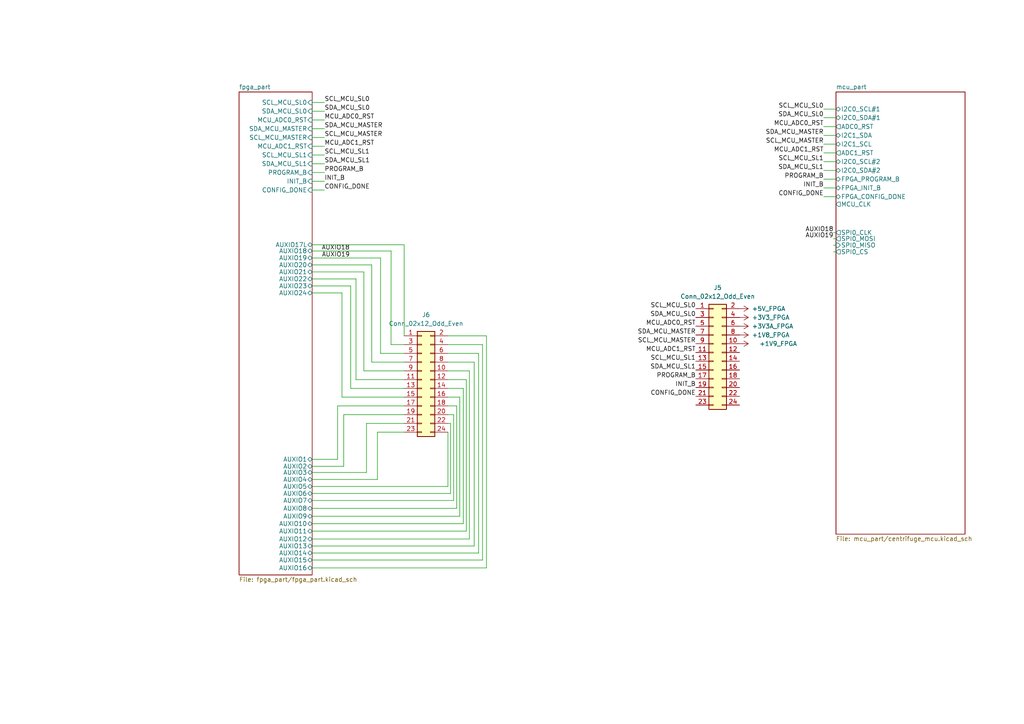
<source format=kicad_sch>
(kicad_sch (version 20211123) (generator eeschema)
  (paper "A4")
  (title_block (title "VGA Centrifuge") (date "2022-09-30") (rev "R1") (comment 1 "Author: Paolo Celati") (comment 2 "FPGA Toplevel"))
  (lib_symbols
    (symbol "Connector_Generic:Conn_02x12_Odd_Even" (pin_names (offset 1.016) hide)
      (property "Reference" "J" (at 1.27 15.24 0))
      (property "Value" "Conn_02x12_Odd_Even" (at 1.27 -17.78 0))
      (symbol "Conn_02x12_Odd_Even_1_1"
        (rectangle (start -1.27 -15.113) (end 0 -15.367) (stroke (width 0.1524)))
        (rectangle (start -1.27 -12.573) (end 0 -12.827) (stroke (width 0.1524)))
        (rectangle (start -1.27 -10.033) (end 0 -10.287) (stroke (width 0.1524)))
        (rectangle (start -1.27 -7.493) (end 0 -7.747) (stroke (width 0.1524)))
        (rectangle (start -1.27 -4.953) (end 0 -5.207) (stroke (width 0.1524)))
        (rectangle (start -1.27 -2.413) (end 0 -2.667) (stroke (width 0.1524)))
        (rectangle (start -1.27 0.127) (end 0 -0.127) (stroke (width 0.1524)))
        (rectangle (start -1.27 2.667) (end 0 2.413) (stroke (width 0.1524)))
        (rectangle (start -1.27 5.207) (end 0 4.953) (stroke (width 0.1524)))
        (rectangle (start -1.27 7.747) (end 0 7.493) (stroke (width 0.1524)))
        (rectangle (start -1.27 10.287) (end 0 10.033) (stroke (width 0.1524)))
        (rectangle (start -1.27 12.827) (end 0 12.573) (stroke (width 0.1524)))
        (rectangle (start -1.27 13.97) (end 3.81 -16.51) (stroke (width 0.254)) (fill (type background)))
        (rectangle (start 3.81 -15.113) (end 2.54 -15.367) (stroke (width 0.1524)))
        (rectangle (start 3.81 -12.573) (end 2.54 -12.827) (stroke (width 0.1524)))
        (rectangle (start 3.81 -10.033) (end 2.54 -10.287) (stroke (width 0.1524)))
        (rectangle (start 3.81 -7.493) (end 2.54 -7.747) (stroke (width 0.1524)))
        (rectangle (start 3.81 -4.953) (end 2.54 -5.207) (stroke (width 0.1524)))
        (rectangle (start 3.81 -2.413) (end 2.54 -2.667) (stroke (width 0.1524)))
        (rectangle (start 3.81 0.127) (end 2.54 -0.127) (stroke (width 0.1524)))
        (rectangle (start 3.81 2.667) (end 2.54 2.413) (stroke (width 0.1524)))
        (rectangle (start 3.81 5.207) (end 2.54 4.953) (stroke (width 0.1524)))
        (rectangle (start 3.81 7.747) (end 2.54 7.493) (stroke (width 0.1524)))
        (rectangle (start 3.81 10.287) (end 2.54 10.033) (stroke (width 0.1524)))
        (rectangle (start 3.81 12.827) (end 2.54 12.573) (stroke (width 0.1524)))
        (pin passive line (at -5.08 12.7 0) (length 3.81) (name "Pin_1") (number "1"))
        (pin passive line (at 7.62 2.54 180) (length 3.81) (name "Pin_10") (number "10"))
        (pin passive line (at -5.08 0 0) (length 3.81) (name "Pin_11") (number "11"))
        (pin passive line (at 7.62 0 180) (length 3.81) (name "Pin_12") (number "12"))
        (pin passive line (at -5.08 -2.54 0) (length 3.81) (name "Pin_13") (number "13"))
        (pin passive line (at 7.62 -2.54 180) (length 3.81) (name "Pin_14") (number "14"))
        (pin passive line (at -5.08 -5.08 0) (length 3.81) (name "Pin_15") (number "15"))
        (pin passive line (at 7.62 -5.08 180) (length 3.81) (name "Pin_16") (number "16"))
        (pin passive line (at -5.08 -7.62 0) (length 3.81) (name "Pin_17") (number "17"))
        (pin passive line (at 7.62 -7.62 180) (length 3.81) (name "Pin_18") (number "18"))
        (pin passive line (at -5.08 -10.16 0) (length 3.81) (name "Pin_19") (number "19"))
        (pin passive line (at 7.62 12.7 180) (length 3.81) (name "Pin_2") (number "2"))
        (pin passive line (at 7.62 -10.16 180) (length 3.81) (name "Pin_20") (number "20"))
        (pin passive line (at -5.08 -12.7 0) (length 3.81) (name "Pin_21") (number "21"))
        (pin passive line (at 7.62 -12.7 180) (length 3.81) (name "Pin_22") (number "22"))
        (pin passive line (at -5.08 -15.24 0) (length 3.81) (name "Pin_23") (number "23"))
        (pin passive line (at 7.62 -15.24 180) (length 3.81) (name "Pin_24") (number "24"))
        (pin passive line (at -5.08 10.16 0) (length 3.81) (name "Pin_3") (number "3"))
        (pin passive line (at 7.62 10.16 180) (length 3.81) (name "Pin_4") (number "4"))
        (pin passive line (at -5.08 7.62 0) (length 3.81) (name "Pin_5") (number "5"))
        (pin passive line (at 7.62 7.62 180) (length 3.81) (name "Pin_6") (number "6"))
        (pin passive line (at -5.08 5.08 0) (length 3.81) (name "Pin_7") (number "7"))
        (pin passive line (at 7.62 5.08 180) (length 3.81) (name "Pin_8") (number "8"))
        (pin passive line (at -5.08 2.54 0) (length 3.81) (name "Pin_9") (number "9"))
      )
    )
    (symbol "centrifuge_symbols:+1V8_FPGA" (power) (pin_names (offset 0))
      (property "Value" "+1V8_FPGA" (at 0 3.556 90))
      (symbol "+1V8_FPGA_0_1"
        (polyline (pts (xy -0.762 1.27) (xy 0 2.54)))
        (polyline (pts (xy 0 0) (xy 0 2.54)))
        (polyline (pts (xy 0 2.54) (xy 0.762 1.27)))
      )
      (symbol "+1V8_FPGA_1_1"
        (pin power_in line (at 0 0 90) (length 0) hide (name "+1V8_FPGA") (number "1"))
      )
    )
    (symbol "centrifuge_symbols:+1V9_FPGA" (power) (pin_names (offset 0))
      (property "Value" "+1V9_FPGA" (at 0 5.715 90))
      (symbol "+1V9_FPGA_0_1"
        (polyline (pts (xy -0.762 1.27) (xy 0 2.54)))
        (polyline (pts (xy 0 0) (xy 0 2.54)))
        (polyline (pts (xy 0 2.54) (xy 0.762 1.27)))
      )
      (symbol "+1V9_FPGA_1_1"
        (pin power_in line (at 0 0 90) (length 0) hide (name "+1V9_FPGA") (number "1"))
      )
    )
    (symbol "centrifuge_symbols:+3V3A_FPGA" (power) (pin_names (offset 0))
      (property "Value" "+3V3A_FPGA" (at 0 3.556 90))
      (symbol "+3V3A_FPGA_0_1"
        (polyline (pts (xy -0.762 1.27) (xy 0 2.54)))
        (polyline (pts (xy 0 0) (xy 0 2.54)))
        (polyline (pts (xy 0 2.54) (xy 0.762 1.27)))
      )
      (symbol "+3V3A_FPGA_1_1"
        (pin power_in line (at 0 0 90) (length 0) hide (name "+3V3A_FPGA") (number "1"))
      )
    )
    (symbol "centrifuge_symbols:+3V3_FPGA" (power) (pin_names (offset 0))
      (property "Value" "+3V3_FPGA" (at 0 3.556 90))
      (symbol "+3V3_FPGA_0_1"
        (polyline (pts (xy -0.762 1.27) (xy 0 2.54)))
        (polyline (pts (xy 0 0) (xy 0 2.54)))
        (polyline (pts (xy 0 2.54) (xy 0.762 1.27)))
      )
      (symbol "+3V3_FPGA_1_1"
        (pin power_in line (at 0 0 90) (length 0) hide (name "+3V3_FPGA") (number "1"))
      )
    )
    (symbol "centrifuge_symbols:+5V_FPGA" (power) (pin_names (offset 0))
      (property "Value" "+5V_FPGA" (at 0 3.556 90))
      (symbol "+5V_FPGA_0_1"
        (polyline (pts (xy -0.762 1.27) (xy 0 2.54)))
        (polyline (pts (xy 0 0) (xy 0 2.54)))
        (polyline (pts (xy 0 2.54) (xy 0.762 1.27)))
      )
      (symbol "+5V_FPGA_1_1"
        (pin power_in line (at 0 0 90) (length 0) hide (name "+5V_FPGA") (number "1"))
      )
    )
  )
  (bus_alias "COLOUR_BUS" (members "R9" "R8" "R7" "R6" "R5" "G9" "G8" "G7" "G6" "G5" "G4" "B9" "B8" "B7" "B6" "B5"))
  (wire (pts (xy 107.823 105.029) (xy 107.823 76.835)))
  (wire (pts (xy 135.255 110.109) (xy 135.255 154.051)))
  (wire (pts (xy 90.551 78.867) (xy 105.537 78.867)))
  (wire (pts (xy 90.551 141.097) (xy 129.921 141.097)))
  (wire (pts (xy 90.551 34.798) (xy 94.107 34.798)))
  (wire (pts (xy 99.187 84.963) (xy 90.551 84.963)))
  (wire (pts (xy 90.551 137.033) (xy 106.299 137.033)))
  (wire (pts (xy 90.551 44.958) (xy 94.107 44.958)))
  (wire (pts (xy 129.921 105.029) (xy 137.541 105.029)))
  (wire (pts (xy 97.917 117.729) (xy 117.221 117.729)))
  (wire (pts (xy 90.551 149.733) (xy 133.35 149.733)))
  (wire (pts (xy 90.551 143.129) (xy 130.683 143.129)))
  (wire (pts (xy 90.551 47.498) (xy 94.107 47.498)))
  (wire (pts (xy 90.551 147.447) (xy 132.461 147.447)))
  (wire (pts (xy 242.4684 44.3484) (xy 238.9124 44.3484)))
  (wire (pts (xy 131.572 145.161) (xy 131.572 120.269)))
  (wire (pts (xy 132.461 117.729) (xy 132.461 147.447)))
  (wire (pts (xy 242.4684 39.2684) (xy 238.9124 39.2684)))
  (wire (pts (xy 90.551 156.337) (xy 136.144 156.337)))
  (wire (pts (xy 242.4684 57.0484) (xy 238.9124 57.0484)))
  (wire (pts (xy 242.4684 41.8084) (xy 238.9124 41.8084)))
  (wire (pts (xy 90.551 133.223) (xy 97.917 133.223)))
  (wire (pts (xy 242.4684 34.1376) (xy 238.9124 34.1376)))
  (wire (pts (xy 242.4684 49.4284) (xy 238.9124 49.4284)))
  (wire (pts (xy 241.7572 67.4624) (xy 242.4684 67.4624)))
  (wire (pts (xy 134.366 151.892) (xy 134.366 112.649)))
  (wire (pts (xy 105.537 107.569) (xy 117.221 107.569)))
  (wire (pts (xy 90.551 151.892) (xy 134.366 151.892)))
  (wire (pts (xy 99.695 120.269) (xy 117.221 120.269)))
  (wire (pts (xy 90.551 50.038) (xy 94.107 50.038)))
  (wire (pts (xy 133.35 149.733) (xy 133.35 115.189)))
  (wire (pts (xy 129.921 99.949) (xy 139.954 99.949)))
  (wire (pts (xy 242.4684 54.5084) (xy 238.9124 54.5084)))
  (wire (pts (xy 117.221 110.109) (xy 103.251 110.109)))
  (wire (pts (xy 90.5764 74.8284) (xy 90.551 74.803)))
  (wire (pts (xy 90.551 39.878) (xy 94.107 39.878)))
  (wire (pts (xy 90.551 42.418) (xy 94.107 42.418)))
  (wire (pts (xy 106.299 122.809) (xy 117.221 122.809)))
  (wire (pts (xy 134.366 112.649) (xy 129.921 112.649)))
  (wire (pts (xy 129.921 122.809) (xy 130.683 122.809)))
  (wire (pts (xy 90.551 139.065) (xy 109.474 139.065)))
  (wire (pts (xy 117.221 115.189) (xy 99.187 115.189)))
  (wire (pts (xy 90.551 164.719) (xy 141.097 164.719)))
  (wire (pts (xy 90.551 52.578) (xy 94.107 52.578)))
  (wire (pts (xy 241.7572 71.12) (xy 242.4684 71.12)))
  (wire (pts (xy 242.4684 31.6484) (xy 238.9124 31.6484)))
  (wire (pts (xy 117.221 70.993) (xy 117.221 97.409)))
  (wire (pts (xy 117.221 99.949) (xy 113.411 99.949)))
  (wire (pts (xy 99.187 115.189) (xy 99.187 84.963)))
  (wire (pts (xy 90.551 82.931) (xy 101.727 82.931)))
  (wire (pts (xy 90.551 32.258) (xy 94.107 32.258)))
  (wire (pts (xy 131.572 120.269) (xy 129.921 120.269)))
  (wire (pts (xy 90.551 162.433) (xy 139.954 162.433)))
  (wire (pts (xy 129.921 107.569) (xy 136.144 107.569)))
  (wire (pts (xy 90.551 158.369) (xy 137.541 158.369)))
  (wire (pts (xy 242.4684 36.7284) (xy 238.9124 36.7284)))
  (wire (pts (xy 129.921 141.097) (xy 129.921 125.349)))
  (wire (pts (xy 117.221 105.029) (xy 107.823 105.029)))
  (wire (pts (xy 90.551 37.338) (xy 94.107 37.338)))
  (wire (pts (xy 138.811 102.489) (xy 129.921 102.489)))
  (wire (pts (xy 129.921 117.729) (xy 132.461 117.729)))
  (wire (pts (xy 97.917 133.223) (xy 97.917 117.729)))
  (wire (pts (xy 90.551 160.401) (xy 138.811 160.401)))
  (wire (pts (xy 105.537 78.867) (xy 105.537 107.569)))
  (wire (pts (xy 90.5764 72.7964) (xy 113.4364 72.7964)))
  (wire (pts (xy 241.7572 73.0504) (xy 242.4684 73.0504)))
  (wire (pts (xy 110.363 102.489) (xy 117.221 102.489)))
  (wire (pts (xy 130.683 122.809) (xy 130.683 143.129)))
  (wire (pts (xy 90.551 154.051) (xy 135.255 154.051)))
  (wire (pts (xy 101.727 112.649) (xy 117.221 112.649)))
  (wire (pts (xy 101.727 82.931) (xy 101.727 112.649)))
  (wire (pts (xy 241.7572 69.2404) (xy 242.4684 69.2404)))
  (wire (pts (xy 110.3884 74.8284) (xy 110.363 102.489)))
  (wire (pts (xy 90.5764 74.8284) (xy 110.3884 74.8284)))
  (wire (pts (xy 103.251 80.899) (xy 90.551 80.899)))
  (wire (pts (xy 103.251 110.109) (xy 103.251 80.899)))
  (wire (pts (xy 141.097 97.409) (xy 129.921 97.409)))
  (wire (pts (xy 106.299 137.033) (xy 106.299 122.809)))
  (wire (pts (xy 90.551 135.255) (xy 99.695 135.255)))
  (wire (pts (xy 90.551 70.993) (xy 117.221 70.993)))
  (wire (pts (xy 136.144 156.337) (xy 136.144 107.569)))
  (wire (pts (xy 90.551 55.118) (xy 94.107 55.118)))
  (wire (pts (xy 242.4684 51.9684) (xy 238.9124 51.9684)))
  (wire (pts (xy 133.35 115.189) (xy 129.921 115.189)))
  (wire (pts (xy 141.097 164.719) (xy 141.097 97.409)))
  (wire (pts (xy 109.474 125.349) (xy 109.474 139.065)))
  (wire (pts (xy 107.823 76.835) (xy 90.551 76.835)))
  (wire (pts (xy 117.221 125.349) (xy 109.474 125.349)))
  (wire (pts (xy 138.811 160.401) (xy 138.811 102.489)))
  (wire (pts (xy 113.411 99.949) (xy 113.4364 72.7964)))
  (wire (pts (xy 90.551 145.161) (xy 131.572 145.161)))
  (wire (pts (xy 242.4684 46.8884) (xy 238.9124 46.8884)))
  (wire (pts (xy 90.5764 72.7964) (xy 90.551 72.771)))
  (wire (pts (xy 129.921 110.109) (xy 135.255 110.109)))
  (wire (pts (xy 90.551 29.718) (xy 94.107 29.718)))
  (wire (pts (xy 137.541 105.029) (xy 137.541 158.369)))
  (wire (pts (xy 139.954 99.949) (xy 139.954 162.433)))
  (wire (pts (xy 99.695 120.269) (xy 99.695 135.255)))
  (label "PROGRAM_B" (at 238.9124 51.9684 180))
  (label "MCU_ADC0_RST" (at 201.803 94.615 180))
  (label "CONFIG_DONE" (at 201.803 114.935 180))
  (label "SCL_MCU_SL0" (at 238.9124 31.6484 180))
  (label "SCL_MCU_SL1" (at 238.9124 46.8884 180))
  (label "SCL_MCU_SL1" (at 201.803 104.775 180))
  (label "SDA_MCU_SL0" (at 94.107 32.258 0))
  (label "INIT_B" (at 94.107 52.578 0))
  (label "SDA_MCU_SL1" (at 201.803 107.315 180))
  (label "INIT_B" (at 201.803 112.395 180))
  (label "PROGRAM_B" (at 94.107 50.038 0))
  (label "AUXIO19" (at 241.7572 69.2404 180))
  (label "SCL_MCU_SL1" (at 94.107 44.958 0))
  (label "SDA_MCU_MASTER" (at 94.107 37.338 0))
  (label "SCL_MCU_SL0" (at 201.803 89.535 180))
  (label "MCU_ADC1_RST" (at 238.9124 44.3484 180))
  (label "SCL_MCU_MASTER" (at 201.803 99.695 180))
  (label "SDA_MCU_MASTER" (at 238.9124 39.2684 180))
  (label "MCU_ADC0_RST" (at 238.9124 36.7284 180))
  (label "SCL_MCU_MASTER" (at 94.107 39.878 0))
  (label "AUXIO18" (at 241.7572 67.4624 180))
  (label "CONFIG_DONE" (at 238.9124 57.0484 180))
  (label "MCU_ADC0_RST" (at 94.107 34.798 0))
  (label "AUXIO18" (at 93.2688 72.7964 0))
  (label "SCL_MCU_MASTER" (at 238.9124 41.8084 180))
  (label "CONFIG_DONE" (at 94.107 55.118 0))
  (label "SCL_MCU_SL0" (at 94.107 29.718 0))
  (label "INIT_B" (at 238.9124 54.5084 180))
  (label "PROGRAM_B" (at 201.803 109.855 180))
  (label "MCU_ADC1_RST" (at 94.107 42.418 0))
  (label "SDA_MCU_SL1" (at 238.9124 49.4284 180))
  (label "SDA_MCU_SL0" (at 201.803 92.075 180))
  (label "SDA_MCU_SL1" (at 94.107 47.498 0))
  (label "SDA_MCU_SL0" (at 238.9124 34.1376 180))
  (label "AUXIO19" (at 93.3196 74.8284 0))
  (label "SDA_MCU_MASTER" (at 201.803 97.155 180))
  (label "MCU_ADC1_RST" (at 201.803 102.235 180))
  (symbol (lib_id "Connector_Generic:Conn_02x12_Odd_Even") (at 122.301 110.109 0) (unit 1)
    (property "Reference" "J6" (at 123.571 91.313 0))
    (property "Value" "Conn_02x12_Odd_Even" (at 123.571 93.853 0))
    (property "Footprint" "Connector_PinHeader_2.54mm:PinHeader_2x12_P2.54mm_Vertical" (effects hide))
  )
  (symbol (lib_id "Connector_Generic:Conn_02x12_Odd_Even") (at 206.883 102.235 0) (unit 1)
    (property "Reference" "J5" (at 208.153 83.439 0))
    (property "Value" "Conn_02x12_Odd_Even" (at 208.153 85.979 0))
    (property "Footprint" "Connector_PinHeader_2.54mm:PinHeader_2x12_P2.54mm_Vertical" (effects hide))
  )
  (symbol (lib_id "centrifuge_symbols:+1V9_FPGA") (at 214.503 99.695 270) (unit 1)
    (property "Reference" "#PWR0232" (effects hide))
    (property "Value" "+1V9_FPGA" (at 220.218 99.695 90) (effects (justify left)))
  )
  (symbol (lib_id "centrifuge_symbols:+5V_FPGA") (at 214.503 89.535 270) (unit 1)
    (property "Reference" "#PWR0235" (effects hide))
    (property "Value" "+5V_FPGA" (at 218.059 89.535 90) (effects (justify left)))
  )
  (symbol (lib_id "centrifuge_symbols:+3V3_FPGA") (at 214.503 92.075 270) (unit 1)
    (property "Reference" "#PWR0234" (effects hide))
    (property "Value" "+3V3_FPGA" (at 218.059 92.075 90) (effects (justify left)))
  )
  (symbol (lib_id "centrifuge_symbols:+1V8_FPGA") (at 214.503 97.155 270) (unit 1)
    (property "Reference" "#PWR0233" (effects hide))
    (property "Value" "+1V8_FPGA" (at 218.059 97.155 90) (effects (justify left)))
  )
  (symbol (lib_id "centrifuge_symbols:+3V3A_FPGA") (at 214.503 94.615 270) (unit 1)
    (property "Reference" "#PWR0222" (effects hide))
    (property "Value" "+3V3A_FPGA" (at 218.059 94.615 90) (effects (justify left)))
  )
  (sheet (at 242.4684 26.67) (size 37.4396 128.27) (stroke (width 0.1524))
    (property "Sheet name" "mcu_part" (at 242.4684 25.9584 0) (effects (justify left bottom)))
    (property "Sheet file" "mcu_part/centrifuge_mcu.kicad_sch" (at 242.4684 155.5246 0) (effects (justify left top)))
    (pin "I2C0_SCL#1" bidirectional (at 242.4684 31.6484 180))
    (pin "I2C0_SDA#2" bidirectional (at 242.4684 49.4284 180))
    (pin "I2C0_SCL#2" bidirectional (at 242.4684 46.8884 180))
    (pin "I2C0_SDA#1" bidirectional (at 242.4684 34.1376 180))
    (pin "ADC0_RST" output (at 242.4684 36.7284 180))
    (pin "ADC1_RST" output (at 242.4684 44.3484 180))
    (pin "I2C1_SDA" bidirectional (at 242.4684 39.2684 180))
    (pin "I2C1_SCL" bidirectional (at 242.4684 41.8084 180))
    (pin "MCU_CLK" output (at 242.4684 59.2328 180))
    (pin "FPGA_INIT_B" bidirectional (at 242.4684 54.5084 180))
    (pin "SPI0_CLK" output (at 242.4684 67.4624 180))
    (pin "SPI0_MOSI" output (at 242.4684 69.2404 180))
    (pin "SPI0_MISO" input (at 242.4684 71.12 180))
    (pin "SPI0_CS" output (at 242.4684 73.0504 180))
    (pin "FPGA_CONFIG_DONE" bidirectional (at 242.4684 57.0484 180))
    (pin "FPGA_PROGRAM_B" bidirectional (at 242.4684 51.9684 180))
  )
  (sheet (at 69.342 26.67) (size 21.209 140.081) (stroke (width 0.1524))
    (property "Sheet name" "fpga_part" (at 69.342 25.9584 0) (effects (justify left bottom)))
    (property "Sheet file" "fpga_part/fpga_part.kicad_sch" (at 69.342 167.3356 0) (effects (justify left top)))
    (pin "AUXIO18" bidirectional (at 90.551 72.771 0))
    (pin "AUXIO17L" bidirectional (at 90.551 70.993 0))
    (pin "AUXIO19" bidirectional (at 90.551 74.803 0))
    (pin "AUXIO23" bidirectional (at 90.551 82.931 0))
    (pin "AUXIO20" bidirectional (at 90.551 76.835 0))
    (pin "AUXIO21" bidirectional (at 90.551 78.867 0))
    (pin "AUXIO22" bidirectional (at 90.551 80.899 0))
    (pin "AUXIO24" bidirectional (at 90.551 84.963 0))
    (pin "MCU_ADC0_RST" input (at 90.551 34.798 0))
    (pin "SCL_MCU_SL0" input (at 90.551 29.718 0))
    (pin "SDA_MCU_MASTER" input (at 90.551 37.338 0))
    (pin "INIT_B" input (at 90.551 52.578 0))
    (pin "SCL_MCU_SL1" input (at 90.551 44.958 0))
    (pin "SDA_MCU_SL1" input (at 90.551 47.498 0))
    (pin "MCU_ADC1_RST" input (at 90.551 42.418 0))
    (pin "PROGRAM_B" input (at 90.551 50.038 0))
    (pin "SCL_MCU_MASTER" input (at 90.551 39.878 0))
    (pin "CONFIG_DONE" input (at 90.551 55.118 0))
    (pin "SDA_MCU_SL0" input (at 90.551 32.258 0))
    (pin "AUXIO1" bidirectional (at 90.551 133.223 0))
    (pin "AUXIO3" bidirectional (at 90.551 137.033 0))
    (pin "AUXIO2" bidirectional (at 90.551 135.255 0))
    (pin "AUXIO4" bidirectional (at 90.551 139.065 0))
    (pin "AUXIO5" bidirectional (at 90.551 141.097 0))
    (pin "AUXIO6" bidirectional (at 90.551 143.129 0))
    (pin "AUXIO7" bidirectional (at 90.551 145.161 0))
    (pin "AUXIO8" bidirectional (at 90.551 147.447 0))
    (pin "AUXIO9" bidirectional (at 90.551 149.733 0))
    (pin "AUXIO10" bidirectional (at 90.551 151.892 0))
    (pin "AUXIO11" bidirectional (at 90.551 154.051 0))
    (pin "AUXIO12" bidirectional (at 90.551 156.337 0))
    (pin "AUXIO15" bidirectional (at 90.551 162.433 0))
    (pin "AUXIO14" bidirectional (at 90.551 160.401 0))
    (pin "AUXIO13" bidirectional (at 90.551 158.369 0))
    (pin "AUXIO16" bidirectional (at 90.551 164.719 0))
  )
)
</source>
